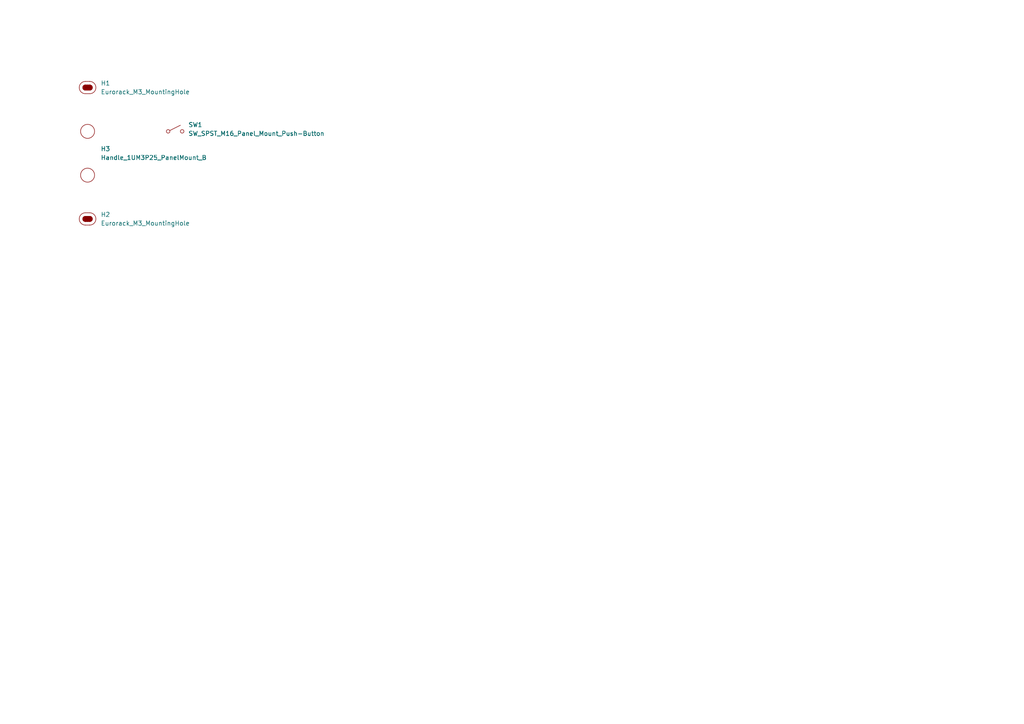
<source format=kicad_sch>
(kicad_sch (version 20250114) (generator "eeschema") (generator_version "9.0")
  (paper "A4")
  (lib_symbols
    (symbol "EXC:Eurorack_M3_MountingHole" (pin_names (offset 1.016))
      (property "Reference" "H" (at 0 5.08 0))
      (property "Value" "Eurorack_M3_MountingHole" (at 0 3.175 0))
      (symbol "Eurorack_M3_MountingHole_0_1"
        (polyline (pts (xy -0.635 0.762) (xy 0.635 0.762)))
        (circle (center -0.635 0) (radius 0.762) (fill (type outline)))
        (arc (start -0.635 -0.762) (mid -1.397 0) (end -0.635 0.762))
        (arc (start -0.635 -1.778) (mid -2.413 0) (end -0.635 1.778))
        (polyline (pts (xy -0.635 -0.762) (xy 0.635 -0.762)))
        (polyline (pts (xy -0.635 -1.778) (xy 0.635 -1.778)))
        (circle (center 0 0) (radius 0.762) (fill (type outline)))
        (polyline (pts (xy 0.635 1.778) (xy -0.635 1.778)))
        (arc (start 0.6141 1.778) (mid 2.4131 0) (end 0.6141 -1.778))
        (arc (start 0.6227 0.762) (mid 1.3971 0) (end 0.6227 -0.762))
        (circle (center 0.635 0) (radius 0.762) (fill (type outline)))
      )
    )
    (symbol "EXC:Handle_1UM3P25_B"
      (property "Reference" "H" (at 0 -6.35 0))
      (property "Value" "Handle_1UM3P25_PanelMount_B" (at 0.254 -17.018 0))
      (symbol "Handle_1UM3P25_B_0_1"
        (circle (center 0 0) (radius 2.032))
        (circle (center 0 -12.7) (radius 2.032))
      )
    )
    (symbol "EXC:SW_SPST-M16_Panel_Mount_Push-Button" (pin_names (offset 0) (hide yes))
      (property "Reference" "SW" (at 0 3.175 0))
      (property "Value" "SW_SPST_M16_Panel_Mount_Push-Button" (at 0 -2.032 0))
      (symbol "SW_SPST-M16_Panel_Mount_Push-Button_0_0"
        (circle (center -2.032 0) (radius 0.508))
        (polyline (pts (xy -1.524 0.254) (xy 1.524 1.778)))
        (circle (center 2.032 0) (radius 0.508))
      )
    )
  )
  (symbol (lib_id "EXC:Eurorack_M3_MountingHole") (at 25.4 63.5 0) (unit 1)
    (property "Reference" "H2" (at 29.21 62.2299 0) (effects (justify left)))
    (property "Value" "Eurorack_M3_MountingHole" (at 29.21 64.7699 0) (effects (justify left)))
    (property "Footprint" "EXC:MountingHole_3.2mm_M3" (effects (hide yes)))
    (property "Description" "Mounting Hole without connection" (effects (hide yes)))
  )
  (symbol (lib_id "EXC:Handle_1UM3P25_B") (at 25.4 38.1 0) (unit 1)
    (property "Reference" "H3" (at 29.21 43.1799 0) (effects (justify left)))
    (property "Value" "Handle_1UM3P25_PanelMount_B" (at 29.21 45.7199 0) (effects (justify left)))
    (property "Footprint" "EXC:Handle_1UM3P25_B" (effects (hide yes)))
  )
  (symbol (lib_id "EXC:Eurorack_M3_MountingHole") (at 25.4 25.4 0) (unit 1)
    (property "Reference" "H1" (at 29.21 24.1299 0) (effects (justify left)))
    (property "Value" "Eurorack_M3_MountingHole" (at 29.21 26.6699 0) (effects (justify left)))
    (property "Footprint" "EXC:MountingHole_3.2mm_M3" (effects (hide yes)))
    (property "Description" "Mounting Hole without connection" (effects (hide yes)))
  )
  (symbol (lib_id "EXC:SW_SPST-M16_Panel_Mount_Push-Button") (at 50.8 38.1 0) (unit 1)
    (property "Reference" "SW1" (at 54.61 36.1949 0) (effects (justify left)))
    (property "Value" "SW_SPST_M16_Panel_Mount_Push-Button" (at 54.61 38.7349 0) (effects (justify left)))
    (property "Footprint" "EXC:SW_SPST_M16_Panel_Mount_Push-Button" (effects (hide yes)))
    (property "Datasheet" "https://ae01.alicdn.com/kf/Hb7108e41e3624ebcb499960f1397143a2.jpg" (effects (hide yes)))
    (property "Description" "Single Pole Single-Throw (SPST) M16 panel-mount Push-Button switch" (effects (hide yes)))
    (property "Source" "https://www.aliexpress.com/item/4000830670631.html" (effects (hide yes)))
  )
)
</source>
